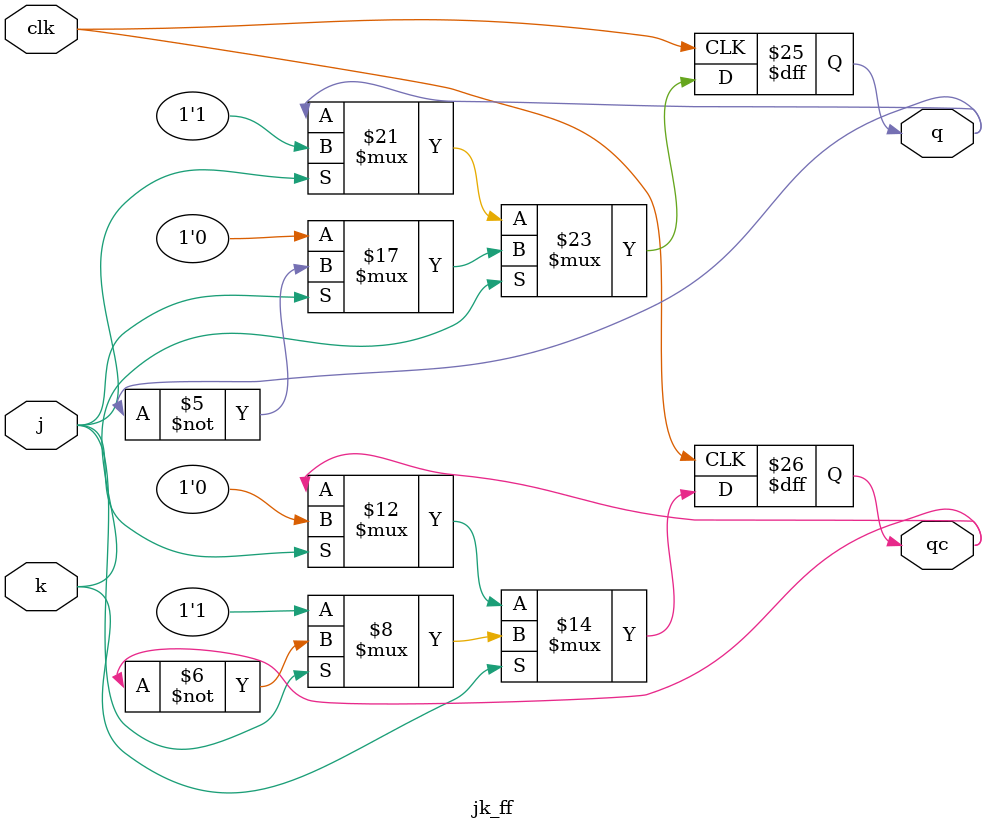
<source format=v>
module jk_ff(j, k, clk, q, qc);
//Positive edge triggered flipflop
    input j, k, clk;
    output reg q, qc;
    always @(posedge clk)
    begin
        if(k == 0)
        begin
            if(j == 1)
            begin
                q <= 1;
                qc <= 0;
            end
            else
            begin
                q <= q;
                qc <= qc;
            end
        end
        else if(j == 1)
        begin
            q <= ~q;
            qc <= ~qc;
        end
        else
        begin
            q <= 0;
            qc <= 1;
        end
    end
endmodule
</source>
